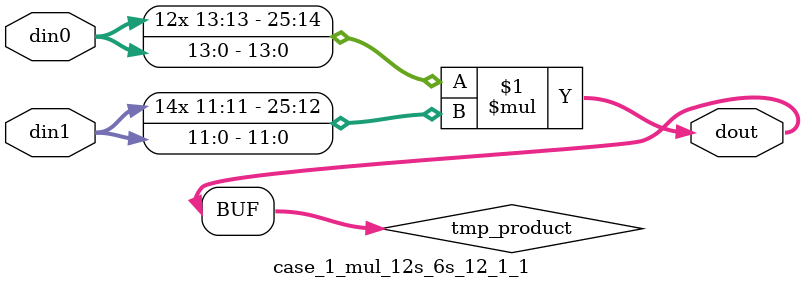
<source format=v>

`timescale 1 ns / 1 ps

 module case_1_mul_12s_6s_12_1_1(din0, din1, dout);
parameter ID = 1;
parameter NUM_STAGE = 0;
parameter din0_WIDTH = 14;
parameter din1_WIDTH = 12;
parameter dout_WIDTH = 26;

input [din0_WIDTH - 1 : 0] din0; 
input [din1_WIDTH - 1 : 0] din1; 
output [dout_WIDTH - 1 : 0] dout;

wire signed [dout_WIDTH - 1 : 0] tmp_product;



























assign tmp_product = $signed(din0) * $signed(din1);








assign dout = tmp_product;





















endmodule

</source>
